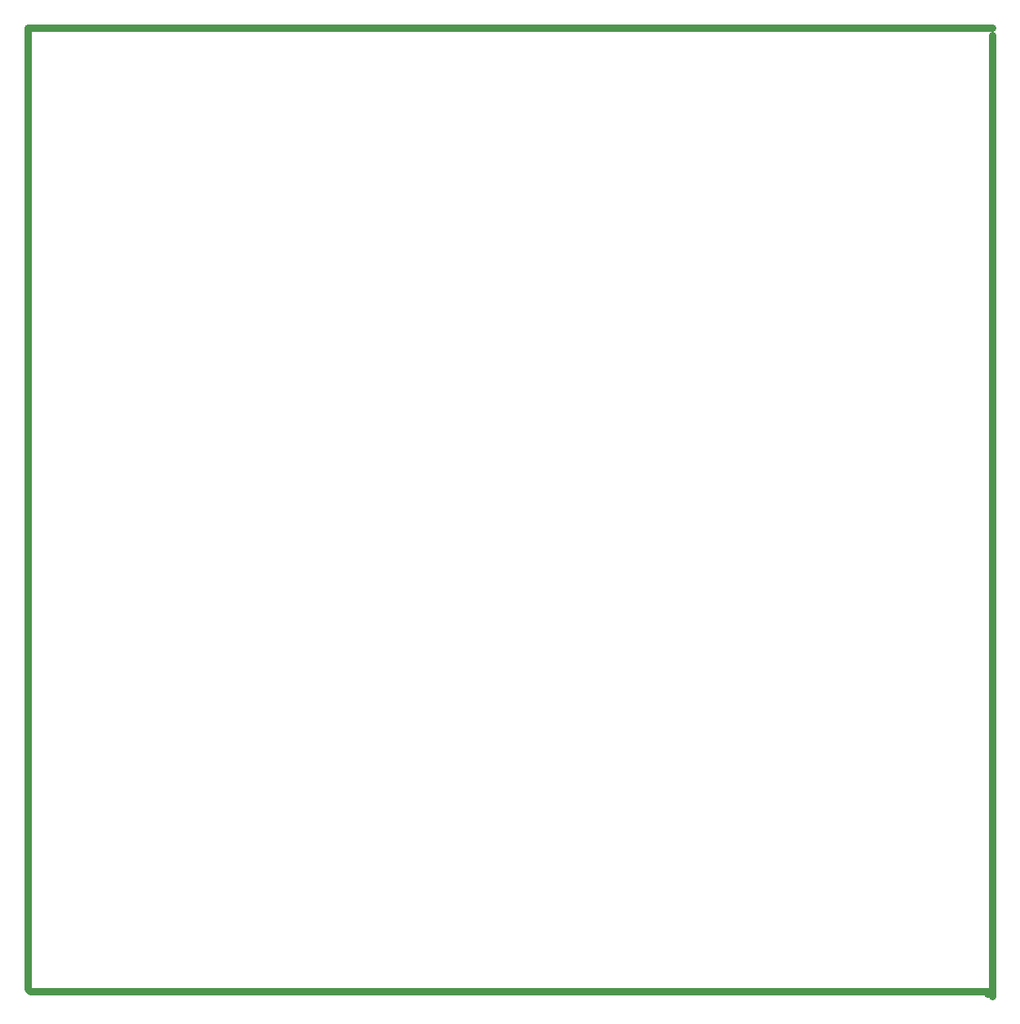
<source format=gko>
G04*
G04 #@! TF.GenerationSoftware,Altium Limited,Altium Designer,19.1.9 (167)*
G04*
G04 Layer_Color=16711935*
%FSLAX25Y25*%
%MOIN*%
G70*
G01*
G75*
%ADD35C,0.03000*%
D35*
X391732Y0D02*
X392717Y984D01*
X0Y393701D02*
X393701D01*
X-0D02*
X0Y1969D01*
X984Y984D01*
X392717D01*
X391732Y0D02*
X393701Y1969D01*
X393701Y390701D02*
X393701Y-1032D01*
M02*

</source>
